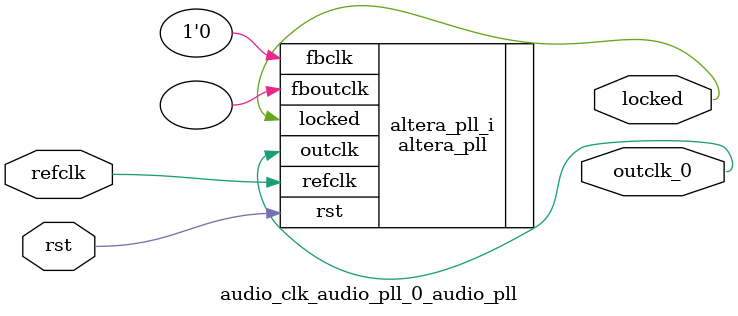
<source format=v>
`timescale 1ns/10ps
module  audio_clk_audio_pll_0_audio_pll(

	// interface 'refclk'
	input wire refclk,

	// interface 'reset'
	input wire rst,

	// interface 'outclk0'
	output wire outclk_0,

	// interface 'locked'
	output wire locked
);

	altera_pll #(
		.fractional_vco_multiplier("false"),
		.reference_clock_frequency("50.0 MHz"),
		.operation_mode("direct"),
		.number_of_clocks(1),
		.output_clock_frequency0("18.432203 MHz"),
		.phase_shift0("0 ps"),
		.duty_cycle0(50),
		.output_clock_frequency1("0 MHz"),
		.phase_shift1("0 ps"),
		.duty_cycle1(50),
		.output_clock_frequency2("0 MHz"),
		.phase_shift2("0 ps"),
		.duty_cycle2(50),
		.output_clock_frequency3("0 MHz"),
		.phase_shift3("0 ps"),
		.duty_cycle3(50),
		.output_clock_frequency4("0 MHz"),
		.phase_shift4("0 ps"),
		.duty_cycle4(50),
		.output_clock_frequency5("0 MHz"),
		.phase_shift5("0 ps"),
		.duty_cycle5(50),
		.output_clock_frequency6("0 MHz"),
		.phase_shift6("0 ps"),
		.duty_cycle6(50),
		.output_clock_frequency7("0 MHz"),
		.phase_shift7("0 ps"),
		.duty_cycle7(50),
		.output_clock_frequency8("0 MHz"),
		.phase_shift8("0 ps"),
		.duty_cycle8(50),
		.output_clock_frequency9("0 MHz"),
		.phase_shift9("0 ps"),
		.duty_cycle9(50),
		.output_clock_frequency10("0 MHz"),
		.phase_shift10("0 ps"),
		.duty_cycle10(50),
		.output_clock_frequency11("0 MHz"),
		.phase_shift11("0 ps"),
		.duty_cycle11(50),
		.output_clock_frequency12("0 MHz"),
		.phase_shift12("0 ps"),
		.duty_cycle12(50),
		.output_clock_frequency13("0 MHz"),
		.phase_shift13("0 ps"),
		.duty_cycle13(50),
		.output_clock_frequency14("0 MHz"),
		.phase_shift14("0 ps"),
		.duty_cycle14(50),
		.output_clock_frequency15("0 MHz"),
		.phase_shift15("0 ps"),
		.duty_cycle15(50),
		.output_clock_frequency16("0 MHz"),
		.phase_shift16("0 ps"),
		.duty_cycle16(50),
		.output_clock_frequency17("0 MHz"),
		.phase_shift17("0 ps"),
		.duty_cycle17(50),
		.pll_type("General"),
		.pll_subtype("General")
	) altera_pll_i (
		.rst	(rst),
		.outclk	({outclk_0}),
		.locked	(locked),
		.fboutclk	( ),
		.fbclk	(1'b0),
		.refclk	(refclk)
	);
endmodule


</source>
